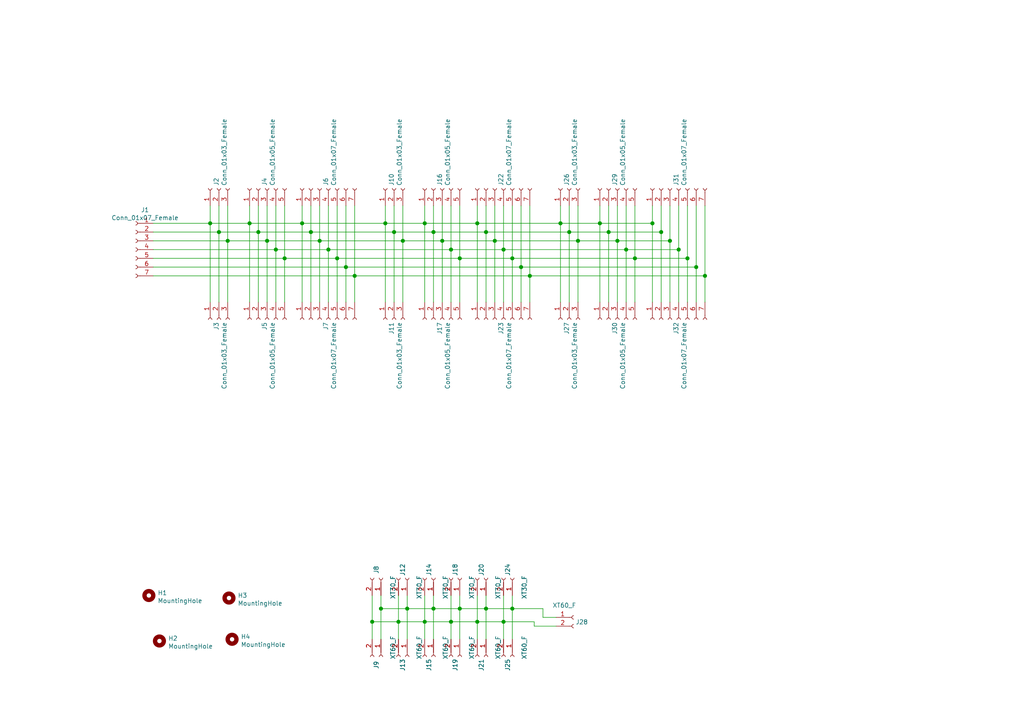
<source format=kicad_sch>
(kicad_sch (version 20210406) (generator eeschema)
  (paper "A4")
  (lib_symbols
    (symbol "Connector:Conn_01x02_Female" (pin_names (offset 1.016) hide)
      (property "Reference" "J" (at 0 2.54 0))
      (property "Value" "Conn_01x02_Female" (at 0 -5.08 0))
      (symbol "Conn_01x02_Female_1_1"
        (arc (start 0 -2.032) (end 0 -3.048) (radius (at 0 -2.54) (length 0.508) (angles 90.1 -90.1)) (stroke (width 0.1524)))
        (arc (start 0 0.508) (end 0 -0.508) (radius (at 0 0) (length 0.508) (angles 90.1 -90.1)) (stroke (width 0.1524)))
        (polyline (pts (xy -1.27 -2.54) (xy -0.508 -2.54)) (stroke (width 0.1524)))
        (polyline (pts (xy -1.27 0) (xy -0.508 0)) (stroke (width 0.1524)))
        (pin passive line (at -5.08 0 0) (length 3.81) (name "Pin_1") (number "1"))
        (pin passive line (at -5.08 -2.54 0) (length 3.81) (name "Pin_2") (number "2"))
      )
    )
    (symbol "Connector:Conn_01x03_Female" (pin_names (offset 1.016) hide)
      (property "Reference" "J" (at 0 5.08 0))
      (property "Value" "Conn_01x03_Female" (at 0 -5.08 0))
      (symbol "Conn_01x03_Female_1_1"
        (arc (start 0 -2.032) (end 0 -3.048) (radius (at 0 -2.54) (length 0.508) (angles 90.1 -90.1)) (stroke (width 0.1524)))
        (arc (start 0 0.508) (end 0 -0.508) (radius (at 0 0) (length 0.508) (angles 90.1 -90.1)) (stroke (width 0.1524)))
        (arc (start 0 3.048) (end 0 2.032) (radius (at 0 2.54) (length 0.508) (angles 90.1 -90.1)) (stroke (width 0.1524)))
        (polyline (pts (xy -1.27 -2.54) (xy -0.508 -2.54)) (stroke (width 0.1524)))
        (polyline (pts (xy -1.27 0) (xy -0.508 0)) (stroke (width 0.1524)))
        (polyline (pts (xy -1.27 2.54) (xy -0.508 2.54)) (stroke (width 0.1524)))
        (pin passive line (at -5.08 2.54 0) (length 3.81) (name "Pin_1") (number "1"))
        (pin passive line (at -5.08 0 0) (length 3.81) (name "Pin_2") (number "2"))
        (pin passive line (at -5.08 -2.54 0) (length 3.81) (name "Pin_3") (number "3"))
      )
    )
    (symbol "Connector:Conn_01x05_Female" (pin_names (offset 1.016) hide)
      (property "Reference" "J" (at 0 7.62 0))
      (property "Value" "Conn_01x05_Female" (at 0 -7.62 0))
      (symbol "Conn_01x05_Female_1_1"
        (arc (start 0 -4.572) (end 0 -5.588) (radius (at 0 -5.08) (length 0.508) (angles 90.1 -90.1)) (stroke (width 0.1524)))
        (arc (start 0 -2.032) (end 0 -3.048) (radius (at 0 -2.54) (length 0.508) (angles 90.1 -90.1)) (stroke (width 0.1524)))
        (arc (start 0 0.508) (end 0 -0.508) (radius (at 0 0) (length 0.508) (angles 90.1 -90.1)) (stroke (width 0.1524)))
        (arc (start 0 3.048) (end 0 2.032) (radius (at 0 2.54) (length 0.508) (angles 90.1 -90.1)) (stroke (width 0.1524)))
        (arc (start 0 5.588) (end 0 4.572) (radius (at 0 5.08) (length 0.508) (angles 90.1 -90.1)) (stroke (width 0.1524)))
        (polyline (pts (xy -1.27 -5.08) (xy -0.508 -5.08)) (stroke (width 0.1524)))
        (polyline (pts (xy -1.27 -2.54) (xy -0.508 -2.54)) (stroke (width 0.1524)))
        (polyline (pts (xy -1.27 0) (xy -0.508 0)) (stroke (width 0.1524)))
        (polyline (pts (xy -1.27 2.54) (xy -0.508 2.54)) (stroke (width 0.1524)))
        (polyline (pts (xy -1.27 5.08) (xy -0.508 5.08)) (stroke (width 0.1524)))
        (pin passive line (at -5.08 5.08 0) (length 3.81) (name "Pin_1") (number "1"))
        (pin passive line (at -5.08 2.54 0) (length 3.81) (name "Pin_2") (number "2"))
        (pin passive line (at -5.08 0 0) (length 3.81) (name "Pin_3") (number "3"))
        (pin passive line (at -5.08 -2.54 0) (length 3.81) (name "Pin_4") (number "4"))
        (pin passive line (at -5.08 -5.08 0) (length 3.81) (name "Pin_5") (number "5"))
      )
    )
    (symbol "Connector:Conn_01x07_Female" (pin_names (offset 1.016) hide)
      (property "Reference" "J" (at 0 10.16 0))
      (property "Value" "Conn_01x07_Female" (at 0 -10.16 0))
      (symbol "Conn_01x07_Female_1_1"
        (arc (start 0 -7.112) (end 0 -8.128) (radius (at 0 -7.62) (length 0.508) (angles 90.1 -90.1)) (stroke (width 0.1524)))
        (arc (start 0 -4.572) (end 0 -5.588) (radius (at 0 -5.08) (length 0.508) (angles 90.1 -90.1)) (stroke (width 0.1524)))
        (arc (start 0 -2.032) (end 0 -3.048) (radius (at 0 -2.54) (length 0.508) (angles 90.1 -90.1)) (stroke (width 0.1524)))
        (arc (start 0 0.508) (end 0 -0.508) (radius (at 0 0) (length 0.508) (angles 90.1 -90.1)) (stroke (width 0.1524)))
        (arc (start 0 3.048) (end 0 2.032) (radius (at 0 2.54) (length 0.508) (angles 90.1 -90.1)) (stroke (width 0.1524)))
        (arc (start 0 5.588) (end 0 4.572) (radius (at 0 5.08) (length 0.508) (angles 90.1 -90.1)) (stroke (width 0.1524)))
        (arc (start 0 8.128) (end 0 7.112) (radius (at 0 7.62) (length 0.508) (angles 90.1 -90.1)) (stroke (width 0.1524)))
        (polyline (pts (xy -1.27 -7.62) (xy -0.508 -7.62)) (stroke (width 0.1524)))
        (polyline (pts (xy -1.27 -5.08) (xy -0.508 -5.08)) (stroke (width 0.1524)))
        (polyline (pts (xy -1.27 -2.54) (xy -0.508 -2.54)) (stroke (width 0.1524)))
        (polyline (pts (xy -1.27 0) (xy -0.508 0)) (stroke (width 0.1524)))
        (polyline (pts (xy -1.27 2.54) (xy -0.508 2.54)) (stroke (width 0.1524)))
        (polyline (pts (xy -1.27 5.08) (xy -0.508 5.08)) (stroke (width 0.1524)))
        (polyline (pts (xy -1.27 7.62) (xy -0.508 7.62)) (stroke (width 0.1524)))
        (pin passive line (at -5.08 7.62 0) (length 3.81) (name "Pin_1") (number "1"))
        (pin passive line (at -5.08 5.08 0) (length 3.81) (name "Pin_2") (number "2"))
        (pin passive line (at -5.08 2.54 0) (length 3.81) (name "Pin_3") (number "3"))
        (pin passive line (at -5.08 0 0) (length 3.81) (name "Pin_4") (number "4"))
        (pin passive line (at -5.08 -2.54 0) (length 3.81) (name "Pin_5") (number "5"))
        (pin passive line (at -5.08 -5.08 0) (length 3.81) (name "Pin_6") (number "6"))
        (pin passive line (at -5.08 -7.62 0) (length 3.81) (name "Pin_7") (number "7"))
      )
    )
    (symbol "Mechanical:MountingHole" (pin_names (offset 1.016))
      (property "Reference" "H" (at 0 5.08 0))
      (property "Value" "MountingHole" (at 0 3.175 0))
      (symbol "MountingHole_0_1"
        (circle (center 0 0) (radius 1.27) (stroke (width 1.27)))
      )
    )
  )
  (junction (at 60.96 64.77) (diameter 1.016))
  (junction (at 63.5 67.31) (diameter 1.016))
  (junction (at 66.04 69.85) (diameter 1.016))
  (junction (at 72.39 64.77) (diameter 1.016))
  (junction (at 74.93 67.31) (diameter 1.016))
  (junction (at 77.47 69.85) (diameter 1.016))
  (junction (at 80.01 72.39) (diameter 1.016))
  (junction (at 82.55 74.93) (diameter 1.016))
  (junction (at 87.63 64.77) (diameter 1.016))
  (junction (at 90.17 67.31) (diameter 1.016))
  (junction (at 92.71 69.85) (diameter 1.016))
  (junction (at 95.25 72.39) (diameter 1.016))
  (junction (at 97.79 74.93) (diameter 1.016))
  (junction (at 100.33 77.47) (diameter 1.016))
  (junction (at 102.87 80.01) (diameter 1.016))
  (junction (at 107.95 180.34) (diameter 1.016))
  (junction (at 110.49 176.53) (diameter 1.016))
  (junction (at 111.76 64.77) (diameter 1.016))
  (junction (at 114.3 67.31) (diameter 1.016))
  (junction (at 115.57 180.34) (diameter 1.016))
  (junction (at 116.84 69.85) (diameter 1.016))
  (junction (at 118.11 176.53) (diameter 1.016))
  (junction (at 123.19 64.77) (diameter 1.016))
  (junction (at 123.19 180.34) (diameter 1.016))
  (junction (at 125.73 67.31) (diameter 1.016))
  (junction (at 125.73 176.53) (diameter 1.016))
  (junction (at 128.27 69.85) (diameter 1.016))
  (junction (at 130.81 72.39) (diameter 1.016))
  (junction (at 130.81 180.34) (diameter 1.016))
  (junction (at 133.35 74.93) (diameter 1.016))
  (junction (at 133.35 176.53) (diameter 1.016))
  (junction (at 138.43 64.77) (diameter 1.016))
  (junction (at 138.43 180.34) (diameter 1.016))
  (junction (at 140.97 67.31) (diameter 1.016))
  (junction (at 140.97 176.53) (diameter 1.016))
  (junction (at 143.51 69.85) (diameter 1.016))
  (junction (at 146.05 72.39) (diameter 1.016))
  (junction (at 146.05 180.34) (diameter 1.016))
  (junction (at 148.59 74.93) (diameter 1.016))
  (junction (at 148.59 176.53) (diameter 1.016))
  (junction (at 151.13 77.47) (diameter 1.016))
  (junction (at 153.67 80.01) (diameter 1.016))
  (junction (at 162.56 64.77) (diameter 1.016))
  (junction (at 165.1 67.31) (diameter 1.016))
  (junction (at 167.64 69.85) (diameter 1.016))
  (junction (at 173.99 64.77) (diameter 1.016))
  (junction (at 176.53 67.31) (diameter 1.016))
  (junction (at 179.07 69.85) (diameter 1.016))
  (junction (at 181.61 72.39) (diameter 1.016))
  (junction (at 184.15 74.93) (diameter 1.016))
  (junction (at 189.23 64.77) (diameter 1.016))
  (junction (at 191.77 67.31) (diameter 1.016))
  (junction (at 194.31 69.85) (diameter 1.016))
  (junction (at 196.85 72.39) (diameter 1.016))
  (junction (at 199.39 74.93) (diameter 1.016))
  (junction (at 201.93 77.47) (diameter 1.016))
  (junction (at 204.47 80.01) (diameter 1.016))
  (wire (pts (xy 44.45 64.77) (xy 60.96 64.77)))
  (wire (pts (xy 44.45 67.31) (xy 63.5 67.31)))
  (wire (pts (xy 44.45 69.85) (xy 66.04 69.85)))
  (wire (pts (xy 44.45 72.39) (xy 80.01 72.39)))
  (wire (pts (xy 44.45 74.93) (xy 82.55 74.93)))
  (wire (pts (xy 44.45 77.47) (xy 100.33 77.47)))
  (wire (pts (xy 44.45 80.01) (xy 102.87 80.01)))
  (wire (pts (xy 60.96 59.69) (xy 60.96 64.77)))
  (wire (pts (xy 60.96 64.77) (xy 60.96 87.63)))
  (wire (pts (xy 60.96 64.77) (xy 72.39 64.77)))
  (wire (pts (xy 63.5 59.69) (xy 63.5 67.31)))
  (wire (pts (xy 63.5 67.31) (xy 63.5 87.63)))
  (wire (pts (xy 63.5 67.31) (xy 74.93 67.31)))
  (wire (pts (xy 66.04 59.69) (xy 66.04 69.85)))
  (wire (pts (xy 66.04 69.85) (xy 66.04 87.63)))
  (wire (pts (xy 66.04 69.85) (xy 77.47 69.85)))
  (wire (pts (xy 72.39 59.69) (xy 72.39 64.77)))
  (wire (pts (xy 72.39 64.77) (xy 72.39 87.63)))
  (wire (pts (xy 72.39 64.77) (xy 87.63 64.77)))
  (wire (pts (xy 74.93 59.69) (xy 74.93 67.31)))
  (wire (pts (xy 74.93 67.31) (xy 74.93 87.63)))
  (wire (pts (xy 74.93 67.31) (xy 90.17 67.31)))
  (wire (pts (xy 77.47 59.69) (xy 77.47 69.85)))
  (wire (pts (xy 77.47 69.85) (xy 77.47 87.63)))
  (wire (pts (xy 77.47 69.85) (xy 92.71 69.85)))
  (wire (pts (xy 80.01 59.69) (xy 80.01 72.39)))
  (wire (pts (xy 80.01 72.39) (xy 80.01 87.63)))
  (wire (pts (xy 80.01 72.39) (xy 95.25 72.39)))
  (wire (pts (xy 82.55 59.69) (xy 82.55 74.93)))
  (wire (pts (xy 82.55 74.93) (xy 82.55 87.63)))
  (wire (pts (xy 82.55 74.93) (xy 97.79 74.93)))
  (wire (pts (xy 87.63 59.69) (xy 87.63 64.77)))
  (wire (pts (xy 87.63 64.77) (xy 87.63 87.63)))
  (wire (pts (xy 87.63 64.77) (xy 111.76 64.77)))
  (wire (pts (xy 90.17 59.69) (xy 90.17 67.31)))
  (wire (pts (xy 90.17 67.31) (xy 90.17 87.63)))
  (wire (pts (xy 90.17 67.31) (xy 114.3 67.31)))
  (wire (pts (xy 92.71 59.69) (xy 92.71 69.85)))
  (wire (pts (xy 92.71 69.85) (xy 92.71 87.63)))
  (wire (pts (xy 92.71 69.85) (xy 116.84 69.85)))
  (wire (pts (xy 95.25 59.69) (xy 95.25 72.39)))
  (wire (pts (xy 95.25 72.39) (xy 95.25 87.63)))
  (wire (pts (xy 95.25 72.39) (xy 130.81 72.39)))
  (wire (pts (xy 97.79 59.69) (xy 97.79 74.93)))
  (wire (pts (xy 97.79 74.93) (xy 97.79 87.63)))
  (wire (pts (xy 97.79 74.93) (xy 133.35 74.93)))
  (wire (pts (xy 100.33 59.69) (xy 100.33 77.47)))
  (wire (pts (xy 100.33 77.47) (xy 100.33 87.63)))
  (wire (pts (xy 100.33 77.47) (xy 151.13 77.47)))
  (wire (pts (xy 102.87 59.69) (xy 102.87 80.01)))
  (wire (pts (xy 102.87 80.01) (xy 102.87 87.63)))
  (wire (pts (xy 102.87 80.01) (xy 153.67 80.01)))
  (wire (pts (xy 107.95 172.72) (xy 107.95 180.34)))
  (wire (pts (xy 107.95 180.34) (xy 107.95 185.42)))
  (wire (pts (xy 110.49 172.72) (xy 110.49 176.53)))
  (wire (pts (xy 110.49 176.53) (xy 110.49 185.42)))
  (wire (pts (xy 111.76 59.69) (xy 111.76 64.77)))
  (wire (pts (xy 111.76 64.77) (xy 111.76 87.63)))
  (wire (pts (xy 111.76 64.77) (xy 123.19 64.77)))
  (wire (pts (xy 114.3 59.69) (xy 114.3 67.31)))
  (wire (pts (xy 114.3 67.31) (xy 114.3 87.63)))
  (wire (pts (xy 114.3 67.31) (xy 125.73 67.31)))
  (wire (pts (xy 115.57 172.72) (xy 115.57 180.34)))
  (wire (pts (xy 115.57 180.34) (xy 107.95 180.34)))
  (wire (pts (xy 115.57 180.34) (xy 115.57 185.42)))
  (wire (pts (xy 116.84 59.69) (xy 116.84 69.85)))
  (wire (pts (xy 116.84 69.85) (xy 116.84 87.63)))
  (wire (pts (xy 116.84 69.85) (xy 128.27 69.85)))
  (wire (pts (xy 118.11 172.72) (xy 118.11 176.53)))
  (wire (pts (xy 118.11 176.53) (xy 110.49 176.53)))
  (wire (pts (xy 118.11 176.53) (xy 118.11 185.42)))
  (wire (pts (xy 123.19 59.69) (xy 123.19 64.77)))
  (wire (pts (xy 123.19 64.77) (xy 123.19 87.63)))
  (wire (pts (xy 123.19 64.77) (xy 138.43 64.77)))
  (wire (pts (xy 123.19 172.72) (xy 123.19 180.34)))
  (wire (pts (xy 123.19 180.34) (xy 115.57 180.34)))
  (wire (pts (xy 123.19 180.34) (xy 123.19 185.42)))
  (wire (pts (xy 125.73 59.69) (xy 125.73 67.31)))
  (wire (pts (xy 125.73 67.31) (xy 125.73 87.63)))
  (wire (pts (xy 125.73 67.31) (xy 140.97 67.31)))
  (wire (pts (xy 125.73 172.72) (xy 125.73 176.53)))
  (wire (pts (xy 125.73 176.53) (xy 118.11 176.53)))
  (wire (pts (xy 125.73 176.53) (xy 125.73 185.42)))
  (wire (pts (xy 128.27 59.69) (xy 128.27 69.85)))
  (wire (pts (xy 128.27 69.85) (xy 128.27 87.63)))
  (wire (pts (xy 128.27 69.85) (xy 143.51 69.85)))
  (wire (pts (xy 130.81 59.69) (xy 130.81 72.39)))
  (wire (pts (xy 130.81 72.39) (xy 130.81 87.63)))
  (wire (pts (xy 130.81 72.39) (xy 146.05 72.39)))
  (wire (pts (xy 130.81 172.72) (xy 130.81 180.34)))
  (wire (pts (xy 130.81 180.34) (xy 123.19 180.34)))
  (wire (pts (xy 130.81 180.34) (xy 130.81 185.42)))
  (wire (pts (xy 133.35 59.69) (xy 133.35 74.93)))
  (wire (pts (xy 133.35 74.93) (xy 133.35 87.63)))
  (wire (pts (xy 133.35 74.93) (xy 148.59 74.93)))
  (wire (pts (xy 133.35 172.72) (xy 133.35 176.53)))
  (wire (pts (xy 133.35 176.53) (xy 125.73 176.53)))
  (wire (pts (xy 133.35 176.53) (xy 133.35 185.42)))
  (wire (pts (xy 138.43 59.69) (xy 138.43 64.77)))
  (wire (pts (xy 138.43 64.77) (xy 138.43 87.63)))
  (wire (pts (xy 138.43 64.77) (xy 162.56 64.77)))
  (wire (pts (xy 138.43 172.72) (xy 138.43 180.34)))
  (wire (pts (xy 138.43 180.34) (xy 130.81 180.34)))
  (wire (pts (xy 138.43 180.34) (xy 138.43 185.42)))
  (wire (pts (xy 140.97 59.69) (xy 140.97 67.31)))
  (wire (pts (xy 140.97 67.31) (xy 140.97 87.63)))
  (wire (pts (xy 140.97 67.31) (xy 165.1 67.31)))
  (wire (pts (xy 140.97 172.72) (xy 140.97 176.53)))
  (wire (pts (xy 140.97 176.53) (xy 133.35 176.53)))
  (wire (pts (xy 140.97 176.53) (xy 140.97 185.42)))
  (wire (pts (xy 143.51 59.69) (xy 143.51 69.85)))
  (wire (pts (xy 143.51 69.85) (xy 143.51 87.63)))
  (wire (pts (xy 143.51 69.85) (xy 167.64 69.85)))
  (wire (pts (xy 146.05 59.69) (xy 146.05 72.39)))
  (wire (pts (xy 146.05 72.39) (xy 146.05 87.63)))
  (wire (pts (xy 146.05 72.39) (xy 181.61 72.39)))
  (wire (pts (xy 146.05 172.72) (xy 146.05 180.34)))
  (wire (pts (xy 146.05 180.34) (xy 138.43 180.34)))
  (wire (pts (xy 146.05 180.34) (xy 146.05 185.42)))
  (wire (pts (xy 146.05 180.34) (xy 154.94 180.34)))
  (wire (pts (xy 148.59 59.69) (xy 148.59 74.93)))
  (wire (pts (xy 148.59 74.93) (xy 148.59 87.63)))
  (wire (pts (xy 148.59 74.93) (xy 184.15 74.93)))
  (wire (pts (xy 148.59 172.72) (xy 148.59 176.53)))
  (wire (pts (xy 148.59 176.53) (xy 140.97 176.53)))
  (wire (pts (xy 148.59 176.53) (xy 148.59 185.42)))
  (wire (pts (xy 148.59 176.53) (xy 157.48 176.53)))
  (wire (pts (xy 151.13 59.69) (xy 151.13 77.47)))
  (wire (pts (xy 151.13 77.47) (xy 151.13 87.63)))
  (wire (pts (xy 151.13 77.47) (xy 201.93 77.47)))
  (wire (pts (xy 153.67 59.69) (xy 153.67 80.01)))
  (wire (pts (xy 153.67 80.01) (xy 153.67 87.63)))
  (wire (pts (xy 153.67 80.01) (xy 204.47 80.01)))
  (wire (pts (xy 154.94 180.34) (xy 154.94 181.61)))
  (wire (pts (xy 154.94 181.61) (xy 161.29 181.61)))
  (wire (pts (xy 157.48 176.53) (xy 157.48 179.07)))
  (wire (pts (xy 157.48 179.07) (xy 161.29 179.07)))
  (wire (pts (xy 162.56 59.69) (xy 162.56 64.77)))
  (wire (pts (xy 162.56 64.77) (xy 162.56 87.63)))
  (wire (pts (xy 162.56 64.77) (xy 173.99 64.77)))
  (wire (pts (xy 165.1 59.69) (xy 165.1 67.31)))
  (wire (pts (xy 165.1 67.31) (xy 165.1 87.63)))
  (wire (pts (xy 165.1 67.31) (xy 176.53 67.31)))
  (wire (pts (xy 167.64 59.69) (xy 167.64 69.85)))
  (wire (pts (xy 167.64 69.85) (xy 167.64 87.63)))
  (wire (pts (xy 167.64 69.85) (xy 179.07 69.85)))
  (wire (pts (xy 173.99 59.69) (xy 173.99 64.77)))
  (wire (pts (xy 173.99 64.77) (xy 173.99 87.63)))
  (wire (pts (xy 173.99 64.77) (xy 189.23 64.77)))
  (wire (pts (xy 176.53 59.69) (xy 176.53 67.31)))
  (wire (pts (xy 176.53 67.31) (xy 176.53 87.63)))
  (wire (pts (xy 176.53 67.31) (xy 191.77 67.31)))
  (wire (pts (xy 179.07 59.69) (xy 179.07 69.85)))
  (wire (pts (xy 179.07 69.85) (xy 179.07 87.63)))
  (wire (pts (xy 179.07 69.85) (xy 194.31 69.85)))
  (wire (pts (xy 181.61 59.69) (xy 181.61 72.39)))
  (wire (pts (xy 181.61 72.39) (xy 181.61 87.63)))
  (wire (pts (xy 181.61 72.39) (xy 196.85 72.39)))
  (wire (pts (xy 184.15 59.69) (xy 184.15 74.93)))
  (wire (pts (xy 184.15 74.93) (xy 184.15 87.63)))
  (wire (pts (xy 184.15 74.93) (xy 199.39 74.93)))
  (wire (pts (xy 189.23 59.69) (xy 189.23 64.77)))
  (wire (pts (xy 189.23 64.77) (xy 189.23 87.63)))
  (wire (pts (xy 191.77 59.69) (xy 191.77 67.31)))
  (wire (pts (xy 191.77 67.31) (xy 191.77 87.63)))
  (wire (pts (xy 194.31 59.69) (xy 194.31 69.85)))
  (wire (pts (xy 194.31 69.85) (xy 194.31 87.63)))
  (wire (pts (xy 196.85 59.69) (xy 196.85 72.39)))
  (wire (pts (xy 196.85 72.39) (xy 196.85 87.63)))
  (wire (pts (xy 199.39 59.69) (xy 199.39 74.93)))
  (wire (pts (xy 199.39 74.93) (xy 199.39 87.63)))
  (wire (pts (xy 201.93 59.69) (xy 201.93 77.47)))
  (wire (pts (xy 201.93 77.47) (xy 201.93 87.63)))
  (wire (pts (xy 204.47 59.69) (xy 204.47 80.01)))
  (wire (pts (xy 204.47 80.01) (xy 204.47 87.63)))
  (symbol (lib_id "Mechanical:MountingHole") (at 43.18 172.72 0) (unit 1)
    (property "Reference" "H1" (at 45.7201 171.9591 0) (effects (justify left)))
    (property "Value" "MountingHole" (at 45.7201 174.2578 0) (effects (justify left)))
    (property "Footprint" "MountingHole:MountingHole_3.2mm_M3" (effects hide))
  )
  (symbol (lib_id "Mechanical:MountingHole") (at 46.2411 185.916 0) (unit 1)
    (property "Reference" "H2" (at 48.7812 185.1551 0) (effects (justify left)))
    (property "Value" "MountingHole" (at 48.7812 187.4538 0) (effects (justify left)))
    (property "Footprint" "MountingHole:MountingHole_3.2mm_M3" (effects hide))
  )
  (symbol (lib_id "Mechanical:MountingHole") (at 66.4123 173.4573 0) (unit 1)
    (property "Reference" "H3" (at 68.9524 172.6964 0) (effects (justify left)))
    (property "Value" "MountingHole" (at 68.9524 174.9951 0) (effects (justify left)))
    (property "Footprint" "MountingHole:MountingHole_3.2mm_M3" (effects hide))
  )
  (symbol (lib_id "Mechanical:MountingHole") (at 67.31 185.42 0) (unit 1)
    (property "Reference" "H4" (at 69.8501 184.6591 0) (effects (justify left)))
    (property "Value" "MountingHole" (at 69.8501 186.9578 0) (effects (justify left)))
    (property "Footprint" "MountingHole:MountingHole_3.2mm_M3" (effects hide))
  )
  (symbol (lib_id "Connector:Conn_01x02_Female") (at 110.49 167.64 270) (mirror x) (unit 1)
    (property "Reference" "J8" (at 109.1396 165.2524 0))
    (property "Value" "XT30_F" (at 113.9783 170.3324 0))
    (property "Footprint" "Connector_AMASS:AMASS_XT30U-F_1x02_P5.0mm_Vertical" (effects hide))
  )
  (symbol (lib_id "Connector:Conn_01x02_Female") (at 110.49 190.5 270) (unit 1)
    (property "Reference" "J9" (at 109.1396 192.8876 0))
    (property "Value" "XT60_F" (at 113.9783 187.8076 0))
    (property "Footprint" "Connector_AMASS:AMASS_XT60-F_1x02_P7.20mm_Vertical" (effects hide))
  )
  (symbol (lib_id "Connector:Conn_01x02_Female") (at 118.11 167.64 270) (mirror x) (unit 1)
    (property "Reference" "J12" (at 116.7596 165.2524 0))
    (property "Value" "XT30_F" (at 121.5983 170.3324 0))
    (property "Footprint" "Connector_AMASS:AMASS_XT30U-F_1x02_P5.0mm_Vertical" (effects hide))
  )
  (symbol (lib_id "Connector:Conn_01x02_Female") (at 118.11 190.5 270) (unit 1)
    (property "Reference" "J13" (at 116.7596 192.8876 0))
    (property "Value" "XT60_F" (at 121.5983 187.8076 0))
    (property "Footprint" "Connector_AMASS:AMASS_XT60-F_1x02_P7.20mm_Vertical" (effects hide))
  )
  (symbol (lib_id "Connector:Conn_01x02_Female") (at 125.73 167.64 270) (mirror x) (unit 1)
    (property "Reference" "J14" (at 124.3796 165.2524 0))
    (property "Value" "XT30_F" (at 129.2183 170.3324 0))
    (property "Footprint" "Connector_AMASS:AMASS_XT30U-F_1x02_P5.0mm_Vertical" (effects hide))
  )
  (symbol (lib_id "Connector:Conn_01x02_Female") (at 125.73 190.5 270) (unit 1)
    (property "Reference" "J15" (at 124.3796 192.8876 0))
    (property "Value" "XT60_F" (at 129.2183 187.8076 0))
    (property "Footprint" "Connector_AMASS:AMASS_XT60-F_1x02_P7.20mm_Vertical" (effects hide))
  )
  (symbol (lib_id "Connector:Conn_01x02_Female") (at 133.35 167.64 270) (mirror x) (unit 1)
    (property "Reference" "J18" (at 131.9996 165.2524 0))
    (property "Value" "XT30_F" (at 136.8383 170.3324 0))
    (property "Footprint" "Connector_AMASS:AMASS_XT30U-F_1x02_P5.0mm_Vertical" (effects hide))
  )
  (symbol (lib_id "Connector:Conn_01x02_Female") (at 133.35 190.5 270) (unit 1)
    (property "Reference" "J19" (at 131.9996 192.8876 0))
    (property "Value" "XT60_F" (at 136.8383 187.8076 0))
    (property "Footprint" "Connector_AMASS:AMASS_XT60-F_1x02_P7.20mm_Vertical" (effects hide))
  )
  (symbol (lib_id "Connector:Conn_01x02_Female") (at 140.97 167.64 270) (mirror x) (unit 1)
    (property "Reference" "J20" (at 139.6196 165.2524 0))
    (property "Value" "XT30_F" (at 144.4583 170.3324 0))
    (property "Footprint" "Connector_AMASS:AMASS_XT30U-F_1x02_P5.0mm_Vertical" (effects hide))
  )
  (symbol (lib_id "Connector:Conn_01x02_Female") (at 140.97 190.5 270) (unit 1)
    (property "Reference" "J21" (at 139.6196 192.8876 0))
    (property "Value" "XT60_F" (at 144.4583 187.8076 0))
    (property "Footprint" "Connector_AMASS:AMASS_XT60-F_1x02_P7.20mm_Vertical" (effects hide))
  )
  (symbol (lib_id "Connector:Conn_01x02_Female") (at 148.59 167.64 270) (mirror x) (unit 1)
    (property "Reference" "J24" (at 147.2396 165.2524 0))
    (property "Value" "XT30_F" (at 152.0783 170.3324 0))
    (property "Footprint" "Connector_AMASS:AMASS_XT30U-F_1x02_P5.0mm_Vertical" (effects hide))
  )
  (symbol (lib_id "Connector:Conn_01x02_Female") (at 148.59 190.5 270) (unit 1)
    (property "Reference" "J25" (at 147.2396 192.8876 0))
    (property "Value" "XT60_F" (at 152.0783 187.8076 0))
    (property "Footprint" "Connector_AMASS:AMASS_XT60-F_1x02_P7.20mm_Vertical" (effects hide))
  )
  (symbol (lib_id "Connector:Conn_01x02_Female") (at 166.37 179.07 0) (unit 1)
    (property "Reference" "J28" (at 168.7576 180.4204 0))
    (property "Value" "XT60_F" (at 163.6776 175.5817 0))
    (property "Footprint" "Connector_AMASS:AMASS_XT60-F_1x02_P7.20mm_Vertical" (effects hide))
  )
  (symbol (lib_id "Connector:Conn_01x03_Female") (at 63.5 54.61 90) (unit 1)
    (property "Reference" "J2" (at 62.7391 53.8987 0) (effects (justify left)))
    (property "Value" "Conn_01x03_Female" (at 65.0378 53.8987 0) (effects (justify left)))
    (property "Footprint" "Connector_JST:JST_XH_B3B-XH-AM_1x03_P2.50mm_Vertical" (effects hide))
  )
  (symbol (lib_id "Connector:Conn_01x03_Female") (at 63.5 92.71 90) (mirror x) (unit 1)
    (property "Reference" "J3" (at 62.7391 93.4213 0) (effects (justify left)))
    (property "Value" "Conn_01x03_Female" (at 65.0378 93.4213 0) (effects (justify left)))
    (property "Footprint" "Connector_JST:JST_XH_B3B-XH-AM_1x03_P2.50mm_Vertical" (effects hide))
  )
  (symbol (lib_id "Connector:Conn_01x03_Female") (at 114.3 54.61 90) (unit 1)
    (property "Reference" "J10" (at 113.5391 53.8987 0) (effects (justify left)))
    (property "Value" "Conn_01x03_Female" (at 115.8378 53.8987 0) (effects (justify left)))
    (property "Footprint" "Connector_JST:JST_XH_B3B-XH-AM_1x03_P2.50mm_Vertical" (effects hide))
  )
  (symbol (lib_id "Connector:Conn_01x03_Female") (at 114.3 92.71 90) (mirror x) (unit 1)
    (property "Reference" "J11" (at 113.5391 93.4213 0) (effects (justify left)))
    (property "Value" "Conn_01x03_Female" (at 115.8378 93.4213 0) (effects (justify left)))
    (property "Footprint" "Connector_JST:JST_XH_B3B-XH-AM_1x03_P2.50mm_Vertical" (effects hide))
  )
  (symbol (lib_id "Connector:Conn_01x03_Female") (at 165.1 54.61 90) (unit 1)
    (property "Reference" "J26" (at 164.3391 53.8987 0) (effects (justify left)))
    (property "Value" "Conn_01x03_Female" (at 166.6378 53.8987 0) (effects (justify left)))
    (property "Footprint" "Connector_JST:JST_XH_B3B-XH-AM_1x03_P2.50mm_Vertical" (effects hide))
  )
  (symbol (lib_id "Connector:Conn_01x03_Female") (at 165.1 92.71 90) (mirror x) (unit 1)
    (property "Reference" "J27" (at 164.3391 93.4213 0) (effects (justify left)))
    (property "Value" "Conn_01x03_Female" (at 166.6378 93.4213 0) (effects (justify left)))
    (property "Footprint" "Connector_JST:JST_XH_B3B-XH-AM_1x03_P2.50mm_Vertical" (effects hide))
  )
  (symbol (lib_id "Connector:Conn_01x05_Female") (at 77.47 54.61 90) (unit 1)
    (property "Reference" "J4" (at 76.7091 53.8987 0) (effects (justify left)))
    (property "Value" "Conn_01x05_Female" (at 79.0078 53.8987 0) (effects (justify left)))
    (property "Footprint" "Connector_JST:JST_XH_B5B-XH-AM_1x05_P2.50mm_Vertical" (effects hide))
  )
  (symbol (lib_id "Connector:Conn_01x05_Female") (at 77.47 92.71 90) (mirror x) (unit 1)
    (property "Reference" "J5" (at 76.7091 93.4213 0) (effects (justify left)))
    (property "Value" "Conn_01x05_Female" (at 79.0078 93.4213 0) (effects (justify left)))
    (property "Footprint" "Connector_JST:JST_XH_B5B-XH-AM_1x05_P2.50mm_Vertical" (effects hide))
  )
  (symbol (lib_id "Connector:Conn_01x05_Female") (at 128.27 54.61 90) (unit 1)
    (property "Reference" "J16" (at 127.5091 53.8987 0) (effects (justify left)))
    (property "Value" "Conn_01x05_Female" (at 129.8078 53.8987 0) (effects (justify left)))
    (property "Footprint" "Connector_JST:JST_XH_B5B-XH-AM_1x05_P2.50mm_Vertical" (effects hide))
  )
  (symbol (lib_id "Connector:Conn_01x05_Female") (at 128.27 92.71 90) (mirror x) (unit 1)
    (property "Reference" "J17" (at 127.5091 93.4213 0) (effects (justify left)))
    (property "Value" "Conn_01x05_Female" (at 129.8078 93.4213 0) (effects (justify left)))
    (property "Footprint" "Connector_JST:JST_XH_B5B-XH-AM_1x05_P2.50mm_Vertical" (effects hide))
  )
  (symbol (lib_id "Connector:Conn_01x05_Female") (at 179.07 54.61 90) (unit 1)
    (property "Reference" "J29" (at 178.3091 53.8987 0) (effects (justify left)))
    (property "Value" "Conn_01x05_Female" (at 180.6078 53.8987 0) (effects (justify left)))
    (property "Footprint" "Connector_JST:JST_XH_B5B-XH-AM_1x05_P2.50mm_Vertical" (effects hide))
  )
  (symbol (lib_id "Connector:Conn_01x05_Female") (at 179.07 92.71 90) (mirror x) (unit 1)
    (property "Reference" "J30" (at 178.3091 93.4213 0) (effects (justify left)))
    (property "Value" "Conn_01x05_Female" (at 180.6078 93.4213 0) (effects (justify left)))
    (property "Footprint" "Connector_JST:JST_XH_B5B-XH-AM_1x05_P2.50mm_Vertical" (effects hide))
  )
  (symbol (lib_id "Connector:Conn_01x07_Female") (at 39.37 72.39 0) (mirror y) (unit 1)
    (property "Reference" "J1" (at 42.0624 60.8796 0))
    (property "Value" "Conn_01x07_Female" (at 42.0624 63.1783 0))
    (property "Footprint" "Connector_JST:JST_XH_B7B-XH-AM_1x07_P2.50mm_Vertical" (effects hide))
  )
  (symbol (lib_id "Connector:Conn_01x07_Female") (at 95.25 54.61 90) (unit 1)
    (property "Reference" "J6" (at 94.4891 53.8987 0) (effects (justify left)))
    (property "Value" "Conn_01x07_Female" (at 96.7878 53.8987 0) (effects (justify left)))
    (property "Footprint" "Connector_JST:JST_XH_B7B-XH-AM_1x07_P2.50mm_Vertical" (effects hide))
  )
  (symbol (lib_id "Connector:Conn_01x07_Female") (at 95.25 92.71 90) (mirror x) (unit 1)
    (property "Reference" "J7" (at 94.4891 93.4213 0) (effects (justify left)))
    (property "Value" "Conn_01x07_Female" (at 96.7878 93.4213 0) (effects (justify left)))
    (property "Footprint" "Connector_JST:JST_XH_B7B-XH-AM_1x07_P2.50mm_Vertical" (effects hide))
  )
  (symbol (lib_id "Connector:Conn_01x07_Female") (at 146.05 54.61 90) (unit 1)
    (property "Reference" "J22" (at 145.2891 53.8987 0) (effects (justify left)))
    (property "Value" "Conn_01x07_Female" (at 147.5878 53.8987 0) (effects (justify left)))
    (property "Footprint" "Connector_JST:JST_XH_B7B-XH-AM_1x07_P2.50mm_Vertical" (effects hide))
  )
  (symbol (lib_id "Connector:Conn_01x07_Female") (at 146.05 92.71 90) (mirror x) (unit 1)
    (property "Reference" "J23" (at 145.2891 93.4213 0) (effects (justify left)))
    (property "Value" "Conn_01x07_Female" (at 147.5878 93.4213 0) (effects (justify left)))
    (property "Footprint" "Connector_JST:JST_XH_B7B-XH-AM_1x07_P2.50mm_Vertical" (effects hide))
  )
  (symbol (lib_id "Connector:Conn_01x07_Female") (at 196.85 54.61 90) (unit 1)
    (property "Reference" "J31" (at 196.0891 53.8987 0) (effects (justify left)))
    (property "Value" "Conn_01x07_Female" (at 198.3878 53.8987 0) (effects (justify left)))
    (property "Footprint" "Connector_JST:JST_XH_B7B-XH-AM_1x07_P2.50mm_Vertical" (effects hide))
  )
  (symbol (lib_id "Connector:Conn_01x07_Female") (at 196.85 92.71 90) (mirror x) (unit 1)
    (property "Reference" "J32" (at 196.0891 93.4213 0) (effects (justify left)))
    (property "Value" "Conn_01x07_Female" (at 198.3878 93.4213 0) (effects (justify left)))
    (property "Footprint" "Connector_JST:JST_XH_B7B-XH-AM_1x07_P2.50mm_Vertical" (effects hide))
  )
)
</source>
